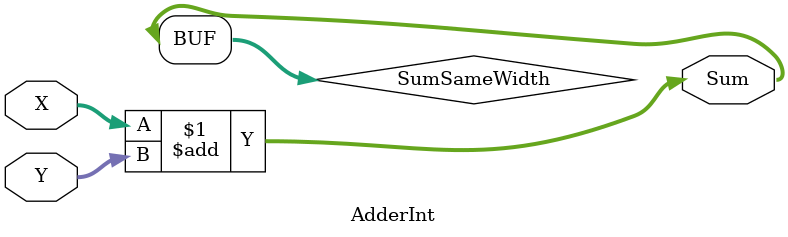
<source format=v>

`timescale 1ns/1ps

module ParamsGen (
  input  wire [15:0]   S_FP,
  output wire [15:0]   S_minus_B2_plus_C2_TC
);

  wire       [15:0]   adder1_Sum;
  wire       [15:0]   NegB2_plus_C2;
  wire       [15:0]   S_Abs_TC;

  AdderInt adder1 (
    .X   (S_Abs_TC[15:0]     ), //i
    .Y   (NegB2_plus_C2[15:0]), //i
    .Sum (adder1_Sum[15:0]   )  //o
  );
  assign NegB2_plus_C2 = 16'hc43a;
  assign S_Abs_TC = {1'b0,S_FP[14 : 0]};
  assign S_minus_B2_plus_C2_TC = adder1_Sum;

endmodule

module AdderInt (
  input  wire [15:0]   X,
  input  wire [15:0]   Y,
  output wire [15:0]   Sum
);

  wire       [15:0]   SumSameWidth;

  assign SumSameWidth = (X + Y);
  assign Sum = SumSameWidth;

endmodule

</source>
